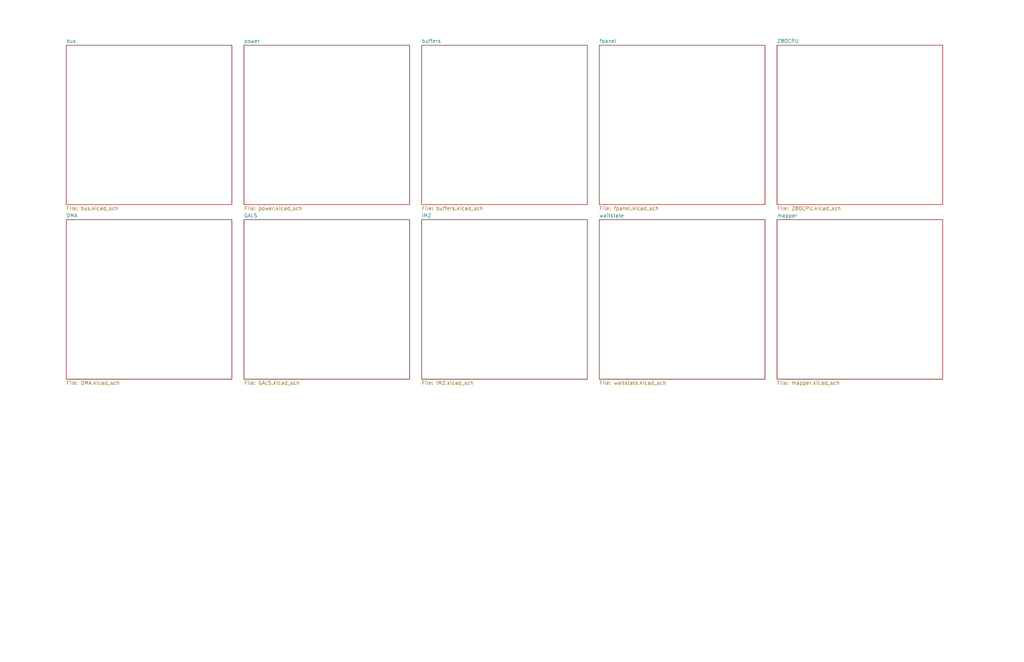
<source format=kicad_sch>
(kicad_sch (version 20211123) (generator eeschema)
  (paper "B")
  (lib_symbols)
  (sheet (at 102.87 92.71) (size 69.85 67.31)
    (property "Sheet name" "GALS" (at 102.87 91.8714 0) (effects (font (size 1.524 1.524)) (justify left bottom)))
    (property "Sheet file" "GALS.kicad_sch" (at 102.87 160.7062 0) (effects (font (size 1.524 1.524)) (justify left top)))
  )
  (sheet (at 327.66 19.05) (size 69.85 67.31)
    (property "Sheet name" "Z80CPU" (at 327.66 18.2114 0) (effects (font (size 1.524 1.524)) (justify left bottom)))
    (property "Sheet file" "Z80CPU.kicad_sch" (at 327.66 87.0462 0) (effects (font (size 1.524 1.524)) (justify left top)))
  )
  (sheet (at 327.66 92.71) (size 69.85 67.31)
    (property "Sheet name" "mapper" (at 327.66 91.8714 0) (effects (font (size 1.524 1.524)) (justify left bottom)))
    (property "Sheet file" "mapper.kicad_sch" (at 327.66 160.7062 0) (effects (font (size 1.524 1.524)) (justify left top)))
  )
  (sheet (at 252.73 19.05) (size 69.85 67.31)
    (property "Sheet name" "fpanel" (at 252.73 18.2114 0) (effects (font (size 1.524 1.524)) (justify left bottom)))
    (property "Sheet file" "fpanel.kicad_sch" (at 252.73 87.0462 0) (effects (font (size 1.524 1.524)) (justify left top)))
  )
  (sheet (at 27.94 19.05) (size 69.85 67.31)
    (property "Sheet name" "bus" (at 27.94 18.2114 0) (effects (font (size 1.524 1.524)) (justify left bottom)))
    (property "Sheet file" "bus.kicad_sch" (at 27.94 87.0462 0) (effects (font (size 1.524 1.524)) (justify left top)))
  )
  (sheet (at 252.73 92.71) (size 69.85 67.31)
    (property "Sheet name" "waitstate" (at 252.73 91.8714 0) (effects (font (size 1.524 1.524)) (justify left bottom)))
    (property "Sheet file" "waitstate.kicad_sch" (at 252.73 160.7062 0) (effects (font (size 1.524 1.524)) (justify left top)))
  )
  (sheet (at 102.87 19.05) (size 69.85 67.31)
    (property "Sheet name" "power" (at 102.87 18.2114 0) (effects (font (size 1.524 1.524)) (justify left bottom)))
    (property "Sheet file" "power.kicad_sch" (at 102.87 87.0462 0) (effects (font (size 1.524 1.524)) (justify left top)))
  )
  (sheet (at 177.8 19.05) (size 69.85 67.31)
    (property "Sheet name" "buffers" (at 177.8 18.2114 0) (effects (font (size 1.524 1.524)) (justify left bottom)))
    (property "Sheet file" "buffers.kicad_sch" (at 177.8 87.0462 0) (effects (font (size 1.524 1.524)) (justify left top)))
  )
  (sheet (at 27.94 92.71) (size 69.85 67.31)
    (property "Sheet name" "DMA" (at 27.94 91.8714 0) (effects (font (size 1.524 1.524)) (justify left bottom)))
    (property "Sheet file" "DMA.kicad_sch" (at 27.94 160.7062 0) (effects (font (size 1.524 1.524)) (justify left top)))
  )
  (sheet (at 177.8 92.71) (size 69.85 67.31)
    (property "Sheet name" "IM2" (at 177.8 91.8714 0) (effects (font (size 1.524 1.524)) (justify left bottom)))
    (property "Sheet file" "IM2.kicad_sch" (at 177.8 160.7062 0) (effects (font (size 1.524 1.524)) (justify left top)))
  )
)
</source>
